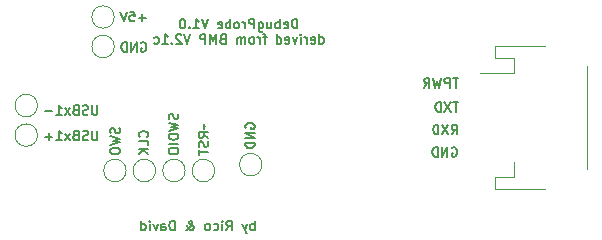
<source format=gbr>
%TF.GenerationSoftware,KiCad,Pcbnew,(6.0.7)*%
%TF.CreationDate,2022-09-06T17:23:02+02:00*%
%TF.ProjectId,bmp22,626d7032-322e-46b6-9963-61645f706362,rev?*%
%TF.SameCoordinates,Original*%
%TF.FileFunction,Legend,Bot*%
%TF.FilePolarity,Positive*%
%FSLAX46Y46*%
G04 Gerber Fmt 4.6, Leading zero omitted, Abs format (unit mm)*
G04 Created by KiCad (PCBNEW (6.0.7)) date 2022-09-06 17:23:02*
%MOMM*%
%LPD*%
G01*
G04 APERTURE LIST*
%ADD10C,0.150000*%
%ADD11C,0.120000*%
G04 APERTURE END LIST*
D10*
X158576309Y-126688904D02*
X158119166Y-126688904D01*
X158347738Y-127488904D02*
X158347738Y-126688904D01*
X157852500Y-127488904D02*
X157852500Y-126688904D01*
X157547738Y-126688904D01*
X157471547Y-126727000D01*
X157433452Y-126765095D01*
X157395357Y-126841285D01*
X157395357Y-126955571D01*
X157433452Y-127031761D01*
X157471547Y-127069857D01*
X157547738Y-127107952D01*
X157852500Y-127107952D01*
X157128690Y-126688904D02*
X156938214Y-127488904D01*
X156785833Y-126917476D01*
X156633452Y-127488904D01*
X156442976Y-126688904D01*
X155681071Y-127488904D02*
X155947738Y-127107952D01*
X156138214Y-127488904D02*
X156138214Y-126688904D01*
X155833452Y-126688904D01*
X155757261Y-126727000D01*
X155719166Y-126765095D01*
X155681071Y-126841285D01*
X155681071Y-126955571D01*
X155719166Y-127031761D01*
X155757261Y-127069857D01*
X155833452Y-127107952D01*
X156138214Y-127107952D01*
X158576309Y-128720904D02*
X158119166Y-128720904D01*
X158347738Y-129520904D02*
X158347738Y-128720904D01*
X157928690Y-128720904D02*
X157395357Y-129520904D01*
X157395357Y-128720904D02*
X157928690Y-129520904D01*
X157090595Y-129520904D02*
X157090595Y-128720904D01*
X156900119Y-128720904D01*
X156785833Y-128759000D01*
X156709642Y-128835190D01*
X156671547Y-128911380D01*
X156633452Y-129063761D01*
X156633452Y-129178047D01*
X156671547Y-129330428D01*
X156709642Y-129406619D01*
X156785833Y-129482809D01*
X156900119Y-129520904D01*
X157090595Y-129520904D01*
X158042976Y-132569000D02*
X158119166Y-132530904D01*
X158233452Y-132530904D01*
X158347738Y-132569000D01*
X158423928Y-132645190D01*
X158462023Y-132721380D01*
X158500119Y-132873761D01*
X158500119Y-132988047D01*
X158462023Y-133140428D01*
X158423928Y-133216619D01*
X158347738Y-133292809D01*
X158233452Y-133330904D01*
X158157261Y-133330904D01*
X158042976Y-133292809D01*
X158004880Y-133254714D01*
X158004880Y-132988047D01*
X158157261Y-132988047D01*
X157662023Y-133330904D02*
X157662023Y-132530904D01*
X157204880Y-133330904D01*
X157204880Y-132530904D01*
X156823928Y-133330904D02*
X156823928Y-132530904D01*
X156633452Y-132530904D01*
X156519166Y-132569000D01*
X156442976Y-132645190D01*
X156404880Y-132721380D01*
X156366785Y-132873761D01*
X156366785Y-132988047D01*
X156404880Y-133140428D01*
X156442976Y-133216619D01*
X156519166Y-133292809D01*
X156633452Y-133330904D01*
X156823928Y-133330904D01*
X144952380Y-122463404D02*
X144952380Y-121663404D01*
X144761904Y-121663404D01*
X144647619Y-121701500D01*
X144571428Y-121777690D01*
X144533333Y-121853880D01*
X144495238Y-122006261D01*
X144495238Y-122120547D01*
X144533333Y-122272928D01*
X144571428Y-122349119D01*
X144647619Y-122425309D01*
X144761904Y-122463404D01*
X144952380Y-122463404D01*
X143847619Y-122425309D02*
X143923809Y-122463404D01*
X144076190Y-122463404D01*
X144152380Y-122425309D01*
X144190476Y-122349119D01*
X144190476Y-122044357D01*
X144152380Y-121968166D01*
X144076190Y-121930071D01*
X143923809Y-121930071D01*
X143847619Y-121968166D01*
X143809523Y-122044357D01*
X143809523Y-122120547D01*
X144190476Y-122196738D01*
X143466666Y-122463404D02*
X143466666Y-121663404D01*
X143466666Y-121968166D02*
X143390476Y-121930071D01*
X143238095Y-121930071D01*
X143161904Y-121968166D01*
X143123809Y-122006261D01*
X143085714Y-122082452D01*
X143085714Y-122311023D01*
X143123809Y-122387214D01*
X143161904Y-122425309D01*
X143238095Y-122463404D01*
X143390476Y-122463404D01*
X143466666Y-122425309D01*
X142400000Y-121930071D02*
X142400000Y-122463404D01*
X142742857Y-121930071D02*
X142742857Y-122349119D01*
X142704761Y-122425309D01*
X142628571Y-122463404D01*
X142514285Y-122463404D01*
X142438095Y-122425309D01*
X142400000Y-122387214D01*
X141676190Y-121930071D02*
X141676190Y-122577690D01*
X141714285Y-122653880D01*
X141752380Y-122691976D01*
X141828571Y-122730071D01*
X141942857Y-122730071D01*
X142019047Y-122691976D01*
X141676190Y-122425309D02*
X141752380Y-122463404D01*
X141904761Y-122463404D01*
X141980952Y-122425309D01*
X142019047Y-122387214D01*
X142057142Y-122311023D01*
X142057142Y-122082452D01*
X142019047Y-122006261D01*
X141980952Y-121968166D01*
X141904761Y-121930071D01*
X141752380Y-121930071D01*
X141676190Y-121968166D01*
X141295238Y-122463404D02*
X141295238Y-121663404D01*
X140990476Y-121663404D01*
X140914285Y-121701500D01*
X140876190Y-121739595D01*
X140838095Y-121815785D01*
X140838095Y-121930071D01*
X140876190Y-122006261D01*
X140914285Y-122044357D01*
X140990476Y-122082452D01*
X141295238Y-122082452D01*
X140495238Y-122463404D02*
X140495238Y-121930071D01*
X140495238Y-122082452D02*
X140457142Y-122006261D01*
X140419047Y-121968166D01*
X140342857Y-121930071D01*
X140266666Y-121930071D01*
X139885714Y-122463404D02*
X139961904Y-122425309D01*
X140000000Y-122387214D01*
X140038095Y-122311023D01*
X140038095Y-122082452D01*
X140000000Y-122006261D01*
X139961904Y-121968166D01*
X139885714Y-121930071D01*
X139771428Y-121930071D01*
X139695238Y-121968166D01*
X139657142Y-122006261D01*
X139619047Y-122082452D01*
X139619047Y-122311023D01*
X139657142Y-122387214D01*
X139695238Y-122425309D01*
X139771428Y-122463404D01*
X139885714Y-122463404D01*
X139276190Y-122463404D02*
X139276190Y-121663404D01*
X139276190Y-121968166D02*
X139200000Y-121930071D01*
X139047619Y-121930071D01*
X138971428Y-121968166D01*
X138933333Y-122006261D01*
X138895238Y-122082452D01*
X138895238Y-122311023D01*
X138933333Y-122387214D01*
X138971428Y-122425309D01*
X139047619Y-122463404D01*
X139200000Y-122463404D01*
X139276190Y-122425309D01*
X138247619Y-122425309D02*
X138323809Y-122463404D01*
X138476190Y-122463404D01*
X138552380Y-122425309D01*
X138590476Y-122349119D01*
X138590476Y-122044357D01*
X138552380Y-121968166D01*
X138476190Y-121930071D01*
X138323809Y-121930071D01*
X138247619Y-121968166D01*
X138209523Y-122044357D01*
X138209523Y-122120547D01*
X138590476Y-122196738D01*
X137371428Y-121663404D02*
X137104761Y-122463404D01*
X136838095Y-121663404D01*
X136152380Y-122463404D02*
X136609523Y-122463404D01*
X136380952Y-122463404D02*
X136380952Y-121663404D01*
X136457142Y-121777690D01*
X136533333Y-121853880D01*
X136609523Y-121891976D01*
X135809523Y-122387214D02*
X135771428Y-122425309D01*
X135809523Y-122463404D01*
X135847619Y-122425309D01*
X135809523Y-122387214D01*
X135809523Y-122463404D01*
X135276190Y-121663404D02*
X135200000Y-121663404D01*
X135123809Y-121701500D01*
X135085714Y-121739595D01*
X135047619Y-121815785D01*
X135009523Y-121968166D01*
X135009523Y-122158642D01*
X135047619Y-122311023D01*
X135085714Y-122387214D01*
X135123809Y-122425309D01*
X135200000Y-122463404D01*
X135276190Y-122463404D01*
X135352380Y-122425309D01*
X135390476Y-122387214D01*
X135428571Y-122311023D01*
X135466666Y-122158642D01*
X135466666Y-121968166D01*
X135428571Y-121815785D01*
X135390476Y-121739595D01*
X135352380Y-121701500D01*
X135276190Y-121663404D01*
X146800000Y-123751404D02*
X146800000Y-122951404D01*
X146800000Y-123713309D02*
X146876190Y-123751404D01*
X147028571Y-123751404D01*
X147104761Y-123713309D01*
X147142857Y-123675214D01*
X147180952Y-123599023D01*
X147180952Y-123370452D01*
X147142857Y-123294261D01*
X147104761Y-123256166D01*
X147028571Y-123218071D01*
X146876190Y-123218071D01*
X146800000Y-123256166D01*
X146114285Y-123713309D02*
X146190476Y-123751404D01*
X146342857Y-123751404D01*
X146419047Y-123713309D01*
X146457142Y-123637119D01*
X146457142Y-123332357D01*
X146419047Y-123256166D01*
X146342857Y-123218071D01*
X146190476Y-123218071D01*
X146114285Y-123256166D01*
X146076190Y-123332357D01*
X146076190Y-123408547D01*
X146457142Y-123484738D01*
X145733333Y-123751404D02*
X145733333Y-123218071D01*
X145733333Y-123370452D02*
X145695238Y-123294261D01*
X145657142Y-123256166D01*
X145580952Y-123218071D01*
X145504761Y-123218071D01*
X145238095Y-123751404D02*
X145238095Y-123218071D01*
X145238095Y-122951404D02*
X145276190Y-122989500D01*
X145238095Y-123027595D01*
X145200000Y-122989500D01*
X145238095Y-122951404D01*
X145238095Y-123027595D01*
X144933333Y-123218071D02*
X144742857Y-123751404D01*
X144552380Y-123218071D01*
X143942857Y-123713309D02*
X144019047Y-123751404D01*
X144171428Y-123751404D01*
X144247619Y-123713309D01*
X144285714Y-123637119D01*
X144285714Y-123332357D01*
X144247619Y-123256166D01*
X144171428Y-123218071D01*
X144019047Y-123218071D01*
X143942857Y-123256166D01*
X143904761Y-123332357D01*
X143904761Y-123408547D01*
X144285714Y-123484738D01*
X143219047Y-123751404D02*
X143219047Y-122951404D01*
X143219047Y-123713309D02*
X143295238Y-123751404D01*
X143447619Y-123751404D01*
X143523809Y-123713309D01*
X143561904Y-123675214D01*
X143600000Y-123599023D01*
X143600000Y-123370452D01*
X143561904Y-123294261D01*
X143523809Y-123256166D01*
X143447619Y-123218071D01*
X143295238Y-123218071D01*
X143219047Y-123256166D01*
X142342857Y-123218071D02*
X142038095Y-123218071D01*
X142228571Y-123751404D02*
X142228571Y-123065690D01*
X142190476Y-122989500D01*
X142114285Y-122951404D01*
X142038095Y-122951404D01*
X141771428Y-123751404D02*
X141771428Y-123218071D01*
X141771428Y-123370452D02*
X141733333Y-123294261D01*
X141695238Y-123256166D01*
X141619047Y-123218071D01*
X141542857Y-123218071D01*
X141161904Y-123751404D02*
X141238095Y-123713309D01*
X141276190Y-123675214D01*
X141314285Y-123599023D01*
X141314285Y-123370452D01*
X141276190Y-123294261D01*
X141238095Y-123256166D01*
X141161904Y-123218071D01*
X141047619Y-123218071D01*
X140971428Y-123256166D01*
X140933333Y-123294261D01*
X140895238Y-123370452D01*
X140895238Y-123599023D01*
X140933333Y-123675214D01*
X140971428Y-123713309D01*
X141047619Y-123751404D01*
X141161904Y-123751404D01*
X140552380Y-123751404D02*
X140552380Y-123218071D01*
X140552380Y-123294261D02*
X140514285Y-123256166D01*
X140438095Y-123218071D01*
X140323809Y-123218071D01*
X140247619Y-123256166D01*
X140209523Y-123332357D01*
X140209523Y-123751404D01*
X140209523Y-123332357D02*
X140171428Y-123256166D01*
X140095238Y-123218071D01*
X139980952Y-123218071D01*
X139904761Y-123256166D01*
X139866666Y-123332357D01*
X139866666Y-123751404D01*
X138609523Y-123332357D02*
X138495238Y-123370452D01*
X138457142Y-123408547D01*
X138419047Y-123484738D01*
X138419047Y-123599023D01*
X138457142Y-123675214D01*
X138495238Y-123713309D01*
X138571428Y-123751404D01*
X138876190Y-123751404D01*
X138876190Y-122951404D01*
X138609523Y-122951404D01*
X138533333Y-122989500D01*
X138495238Y-123027595D01*
X138457142Y-123103785D01*
X138457142Y-123179976D01*
X138495238Y-123256166D01*
X138533333Y-123294261D01*
X138609523Y-123332357D01*
X138876190Y-123332357D01*
X138076190Y-123751404D02*
X138076190Y-122951404D01*
X137809523Y-123522833D01*
X137542857Y-122951404D01*
X137542857Y-123751404D01*
X137161904Y-123751404D02*
X137161904Y-122951404D01*
X136857142Y-122951404D01*
X136780952Y-122989500D01*
X136742857Y-123027595D01*
X136704761Y-123103785D01*
X136704761Y-123218071D01*
X136742857Y-123294261D01*
X136780952Y-123332357D01*
X136857142Y-123370452D01*
X137161904Y-123370452D01*
X135866666Y-122951404D02*
X135600000Y-123751404D01*
X135333333Y-122951404D01*
X135104761Y-123027595D02*
X135066666Y-122989500D01*
X134990476Y-122951404D01*
X134800000Y-122951404D01*
X134723809Y-122989500D01*
X134685714Y-123027595D01*
X134647619Y-123103785D01*
X134647619Y-123179976D01*
X134685714Y-123294261D01*
X135142857Y-123751404D01*
X134647619Y-123751404D01*
X134304761Y-123675214D02*
X134266666Y-123713309D01*
X134304761Y-123751404D01*
X134342857Y-123713309D01*
X134304761Y-123675214D01*
X134304761Y-123751404D01*
X133504761Y-123751404D02*
X133961904Y-123751404D01*
X133733333Y-123751404D02*
X133733333Y-122951404D01*
X133809523Y-123065690D01*
X133885714Y-123141880D01*
X133961904Y-123179976D01*
X132819047Y-123713309D02*
X132895238Y-123751404D01*
X133047619Y-123751404D01*
X133123809Y-123713309D01*
X133161904Y-123675214D01*
X133200000Y-123599023D01*
X133200000Y-123370452D01*
X133161904Y-123294261D01*
X133123809Y-123256166D01*
X133047619Y-123218071D01*
X132895238Y-123218071D01*
X132819047Y-123256166D01*
X158004880Y-131425904D02*
X158271547Y-131044952D01*
X158462023Y-131425904D02*
X158462023Y-130625904D01*
X158157261Y-130625904D01*
X158081071Y-130664000D01*
X158042976Y-130702095D01*
X158004880Y-130778285D01*
X158004880Y-130892571D01*
X158042976Y-130968761D01*
X158081071Y-131006857D01*
X158157261Y-131044952D01*
X158462023Y-131044952D01*
X157738214Y-130625904D02*
X157204880Y-131425904D01*
X157204880Y-130625904D02*
X157738214Y-131425904D01*
X156900119Y-131425904D02*
X156900119Y-130625904D01*
X156709642Y-130625904D01*
X156595357Y-130664000D01*
X156519166Y-130740190D01*
X156481071Y-130816380D01*
X156442976Y-130968761D01*
X156442976Y-131083047D01*
X156481071Y-131235428D01*
X156519166Y-131311619D01*
X156595357Y-131387809D01*
X156709642Y-131425904D01*
X156900119Y-131425904D01*
X141325000Y-139553904D02*
X141325000Y-138753904D01*
X141325000Y-139058666D02*
X141248809Y-139020571D01*
X141096428Y-139020571D01*
X141020238Y-139058666D01*
X140982142Y-139096761D01*
X140944047Y-139172952D01*
X140944047Y-139401523D01*
X140982142Y-139477714D01*
X141020238Y-139515809D01*
X141096428Y-139553904D01*
X141248809Y-139553904D01*
X141325000Y-139515809D01*
X140677380Y-139020571D02*
X140486904Y-139553904D01*
X140296428Y-139020571D02*
X140486904Y-139553904D01*
X140563095Y-139744380D01*
X140601190Y-139782476D01*
X140677380Y-139820571D01*
X138925000Y-139553904D02*
X139191666Y-139172952D01*
X139382142Y-139553904D02*
X139382142Y-138753904D01*
X139077380Y-138753904D01*
X139001190Y-138792000D01*
X138963095Y-138830095D01*
X138925000Y-138906285D01*
X138925000Y-139020571D01*
X138963095Y-139096761D01*
X139001190Y-139134857D01*
X139077380Y-139172952D01*
X139382142Y-139172952D01*
X138582142Y-139553904D02*
X138582142Y-139020571D01*
X138582142Y-138753904D02*
X138620238Y-138792000D01*
X138582142Y-138830095D01*
X138544047Y-138792000D01*
X138582142Y-138753904D01*
X138582142Y-138830095D01*
X137858333Y-139515809D02*
X137934523Y-139553904D01*
X138086904Y-139553904D01*
X138163095Y-139515809D01*
X138201190Y-139477714D01*
X138239285Y-139401523D01*
X138239285Y-139172952D01*
X138201190Y-139096761D01*
X138163095Y-139058666D01*
X138086904Y-139020571D01*
X137934523Y-139020571D01*
X137858333Y-139058666D01*
X137401190Y-139553904D02*
X137477380Y-139515809D01*
X137515476Y-139477714D01*
X137553571Y-139401523D01*
X137553571Y-139172952D01*
X137515476Y-139096761D01*
X137477380Y-139058666D01*
X137401190Y-139020571D01*
X137286904Y-139020571D01*
X137210714Y-139058666D01*
X137172619Y-139096761D01*
X137134523Y-139172952D01*
X137134523Y-139401523D01*
X137172619Y-139477714D01*
X137210714Y-139515809D01*
X137286904Y-139553904D01*
X137401190Y-139553904D01*
X135534523Y-139553904D02*
X135572619Y-139553904D01*
X135648809Y-139515809D01*
X135763095Y-139401523D01*
X135953571Y-139172952D01*
X136029761Y-139058666D01*
X136067857Y-138944380D01*
X136067857Y-138868190D01*
X136029761Y-138792000D01*
X135953571Y-138753904D01*
X135915476Y-138753904D01*
X135839285Y-138792000D01*
X135801190Y-138868190D01*
X135801190Y-138906285D01*
X135839285Y-138982476D01*
X135877380Y-139020571D01*
X136105952Y-139172952D01*
X136144047Y-139211047D01*
X136182142Y-139287238D01*
X136182142Y-139401523D01*
X136144047Y-139477714D01*
X136105952Y-139515809D01*
X136029761Y-139553904D01*
X135915476Y-139553904D01*
X135839285Y-139515809D01*
X135801190Y-139477714D01*
X135686904Y-139325333D01*
X135648809Y-139211047D01*
X135648809Y-139134857D01*
X134582142Y-139553904D02*
X134582142Y-138753904D01*
X134391666Y-138753904D01*
X134277380Y-138792000D01*
X134201190Y-138868190D01*
X134163095Y-138944380D01*
X134125000Y-139096761D01*
X134125000Y-139211047D01*
X134163095Y-139363428D01*
X134201190Y-139439619D01*
X134277380Y-139515809D01*
X134391666Y-139553904D01*
X134582142Y-139553904D01*
X133439285Y-139553904D02*
X133439285Y-139134857D01*
X133477380Y-139058666D01*
X133553571Y-139020571D01*
X133705952Y-139020571D01*
X133782142Y-139058666D01*
X133439285Y-139515809D02*
X133515476Y-139553904D01*
X133705952Y-139553904D01*
X133782142Y-139515809D01*
X133820238Y-139439619D01*
X133820238Y-139363428D01*
X133782142Y-139287238D01*
X133705952Y-139249142D01*
X133515476Y-139249142D01*
X133439285Y-139211047D01*
X133134523Y-139020571D02*
X132944047Y-139553904D01*
X132753571Y-139020571D01*
X132448809Y-139553904D02*
X132448809Y-139020571D01*
X132448809Y-138753904D02*
X132486904Y-138792000D01*
X132448809Y-138830095D01*
X132410714Y-138792000D01*
X132448809Y-138753904D01*
X132448809Y-138830095D01*
X131725000Y-139553904D02*
X131725000Y-138753904D01*
X131725000Y-139515809D02*
X131801190Y-139553904D01*
X131953571Y-139553904D01*
X132029761Y-139515809D01*
X132067857Y-139477714D01*
X132105952Y-139401523D01*
X132105952Y-139172952D01*
X132067857Y-139096761D01*
X132029761Y-139058666D01*
X131953571Y-139020571D01*
X131801190Y-139020571D01*
X131725000Y-139058666D01*
%TO.C,TP305*%
X131720071Y-123679000D02*
X131796261Y-123640904D01*
X131910547Y-123640904D01*
X132024833Y-123679000D01*
X132101023Y-123755190D01*
X132139119Y-123831380D01*
X132177214Y-123983761D01*
X132177214Y-124098047D01*
X132139119Y-124250428D01*
X132101023Y-124326619D01*
X132024833Y-124402809D01*
X131910547Y-124440904D01*
X131834357Y-124440904D01*
X131720071Y-124402809D01*
X131681976Y-124364714D01*
X131681976Y-124098047D01*
X131834357Y-124098047D01*
X131339119Y-124440904D02*
X131339119Y-123640904D01*
X130881976Y-124440904D01*
X130881976Y-123640904D01*
X130501023Y-124440904D02*
X130501023Y-123640904D01*
X130310547Y-123640904D01*
X130196261Y-123679000D01*
X130120071Y-123755190D01*
X130081976Y-123831380D01*
X130043880Y-123983761D01*
X130043880Y-124098047D01*
X130081976Y-124250428D01*
X130120071Y-124326619D01*
X130196261Y-124402809D01*
X130310547Y-124440904D01*
X130501023Y-124440904D01*
%TO.C,TP306*%
X129863809Y-130890595D02*
X129901904Y-131004880D01*
X129901904Y-131195357D01*
X129863809Y-131271547D01*
X129825714Y-131309642D01*
X129749523Y-131347738D01*
X129673333Y-131347738D01*
X129597142Y-131309642D01*
X129559047Y-131271547D01*
X129520952Y-131195357D01*
X129482857Y-131042976D01*
X129444761Y-130966785D01*
X129406666Y-130928690D01*
X129330476Y-130890595D01*
X129254285Y-130890595D01*
X129178095Y-130928690D01*
X129140000Y-130966785D01*
X129101904Y-131042976D01*
X129101904Y-131233452D01*
X129140000Y-131347738D01*
X129101904Y-131614404D02*
X129901904Y-131804880D01*
X129330476Y-131957261D01*
X129901904Y-132109642D01*
X129101904Y-132300119D01*
X129101904Y-132757261D02*
X129101904Y-132909642D01*
X129140000Y-132985833D01*
X129216190Y-133062023D01*
X129368571Y-133100119D01*
X129635238Y-133100119D01*
X129787619Y-133062023D01*
X129863809Y-132985833D01*
X129901904Y-132909642D01*
X129901904Y-132757261D01*
X129863809Y-132681071D01*
X129787619Y-132604880D01*
X129635238Y-132566785D01*
X129368571Y-132566785D01*
X129216190Y-132604880D01*
X129140000Y-132681071D01*
X129101904Y-132757261D01*
%TO.C,TP307*%
X132238714Y-131652500D02*
X132276809Y-131614404D01*
X132314904Y-131500119D01*
X132314904Y-131423928D01*
X132276809Y-131309642D01*
X132200619Y-131233452D01*
X132124428Y-131195357D01*
X131972047Y-131157261D01*
X131857761Y-131157261D01*
X131705380Y-131195357D01*
X131629190Y-131233452D01*
X131553000Y-131309642D01*
X131514904Y-131423928D01*
X131514904Y-131500119D01*
X131553000Y-131614404D01*
X131591095Y-131652500D01*
X132314904Y-132376309D02*
X132314904Y-131995357D01*
X131514904Y-131995357D01*
X132314904Y-132642976D02*
X131514904Y-132642976D01*
X132314904Y-133100119D02*
X131857761Y-132757261D01*
X131514904Y-133100119D02*
X131972047Y-132642976D01*
%TO.C,TP301*%
X137090142Y-130585833D02*
X137052047Y-130623928D01*
X137013952Y-130700119D01*
X137090142Y-130852500D01*
X137052047Y-130928690D01*
X137013952Y-130966785D01*
X137394904Y-131728690D02*
X137013952Y-131462023D01*
X137394904Y-131271547D02*
X136594904Y-131271547D01*
X136594904Y-131576309D01*
X136633000Y-131652500D01*
X136671095Y-131690595D01*
X136747285Y-131728690D01*
X136861571Y-131728690D01*
X136937761Y-131690595D01*
X136975857Y-131652500D01*
X137013952Y-131576309D01*
X137013952Y-131271547D01*
X137356809Y-132033452D02*
X137394904Y-132147738D01*
X137394904Y-132338214D01*
X137356809Y-132414404D01*
X137318714Y-132452500D01*
X137242523Y-132490595D01*
X137166333Y-132490595D01*
X137090142Y-132452500D01*
X137052047Y-132414404D01*
X137013952Y-132338214D01*
X136975857Y-132185833D01*
X136937761Y-132109642D01*
X136899666Y-132071547D01*
X136823476Y-132033452D01*
X136747285Y-132033452D01*
X136671095Y-132071547D01*
X136633000Y-132109642D01*
X136594904Y-132185833D01*
X136594904Y-132376309D01*
X136633000Y-132490595D01*
X136594904Y-132719166D02*
X136594904Y-133176309D01*
X137394904Y-132947738D02*
X136594904Y-132947738D01*
%TO.C,TP309*%
X140570000Y-130915928D02*
X140531904Y-130839738D01*
X140531904Y-130725452D01*
X140570000Y-130611166D01*
X140646190Y-130534976D01*
X140722380Y-130496880D01*
X140874761Y-130458785D01*
X140989047Y-130458785D01*
X141141428Y-130496880D01*
X141217619Y-130534976D01*
X141293809Y-130611166D01*
X141331904Y-130725452D01*
X141331904Y-130801642D01*
X141293809Y-130915928D01*
X141255714Y-130954023D01*
X140989047Y-130954023D01*
X140989047Y-130801642D01*
X141331904Y-131296880D02*
X140531904Y-131296880D01*
X141331904Y-131754023D01*
X140531904Y-131754023D01*
X141331904Y-132134976D02*
X140531904Y-132134976D01*
X140531904Y-132325452D01*
X140570000Y-132439738D01*
X140646190Y-132515928D01*
X140722380Y-132554023D01*
X140874761Y-132592119D01*
X140989047Y-132592119D01*
X141141428Y-132554023D01*
X141217619Y-132515928D01*
X141293809Y-132439738D01*
X141331904Y-132325452D01*
X141331904Y-132134976D01*
%TO.C,TP308*%
X134816809Y-129709642D02*
X134854904Y-129823928D01*
X134854904Y-130014404D01*
X134816809Y-130090595D01*
X134778714Y-130128690D01*
X134702523Y-130166785D01*
X134626333Y-130166785D01*
X134550142Y-130128690D01*
X134512047Y-130090595D01*
X134473952Y-130014404D01*
X134435857Y-129862023D01*
X134397761Y-129785833D01*
X134359666Y-129747738D01*
X134283476Y-129709642D01*
X134207285Y-129709642D01*
X134131095Y-129747738D01*
X134093000Y-129785833D01*
X134054904Y-129862023D01*
X134054904Y-130052500D01*
X134093000Y-130166785D01*
X134054904Y-130433452D02*
X134854904Y-130623928D01*
X134283476Y-130776309D01*
X134854904Y-130928690D01*
X134054904Y-131119166D01*
X134854904Y-131423928D02*
X134054904Y-131423928D01*
X134054904Y-131614404D01*
X134093000Y-131728690D01*
X134169190Y-131804880D01*
X134245380Y-131842976D01*
X134397761Y-131881071D01*
X134512047Y-131881071D01*
X134664428Y-131842976D01*
X134740619Y-131804880D01*
X134816809Y-131728690D01*
X134854904Y-131614404D01*
X134854904Y-131423928D01*
X134854904Y-132223928D02*
X134054904Y-132223928D01*
X134054904Y-132757261D02*
X134054904Y-132909642D01*
X134093000Y-132985833D01*
X134169190Y-133062023D01*
X134321571Y-133100119D01*
X134588238Y-133100119D01*
X134740619Y-133062023D01*
X134816809Y-132985833D01*
X134854904Y-132909642D01*
X134854904Y-132757261D01*
X134816809Y-132681071D01*
X134740619Y-132604880D01*
X134588238Y-132566785D01*
X134321571Y-132566785D01*
X134169190Y-132604880D01*
X134093000Y-132681071D01*
X134054904Y-132757261D01*
%TO.C,TP304*%
X128024023Y-131133904D02*
X128024023Y-131781523D01*
X127985928Y-131857714D01*
X127947833Y-131895809D01*
X127871642Y-131933904D01*
X127719261Y-131933904D01*
X127643071Y-131895809D01*
X127604976Y-131857714D01*
X127566880Y-131781523D01*
X127566880Y-131133904D01*
X127224023Y-131895809D02*
X127109738Y-131933904D01*
X126919261Y-131933904D01*
X126843071Y-131895809D01*
X126804976Y-131857714D01*
X126766880Y-131781523D01*
X126766880Y-131705333D01*
X126804976Y-131629142D01*
X126843071Y-131591047D01*
X126919261Y-131552952D01*
X127071642Y-131514857D01*
X127147833Y-131476761D01*
X127185928Y-131438666D01*
X127224023Y-131362476D01*
X127224023Y-131286285D01*
X127185928Y-131210095D01*
X127147833Y-131172000D01*
X127071642Y-131133904D01*
X126881166Y-131133904D01*
X126766880Y-131172000D01*
X126157357Y-131514857D02*
X126043071Y-131552952D01*
X126004976Y-131591047D01*
X125966880Y-131667238D01*
X125966880Y-131781523D01*
X126004976Y-131857714D01*
X126043071Y-131895809D01*
X126119261Y-131933904D01*
X126424023Y-131933904D01*
X126424023Y-131133904D01*
X126157357Y-131133904D01*
X126081166Y-131172000D01*
X126043071Y-131210095D01*
X126004976Y-131286285D01*
X126004976Y-131362476D01*
X126043071Y-131438666D01*
X126081166Y-131476761D01*
X126157357Y-131514857D01*
X126424023Y-131514857D01*
X125700214Y-131933904D02*
X125281166Y-131400571D01*
X125700214Y-131400571D02*
X125281166Y-131933904D01*
X124557357Y-131933904D02*
X125014500Y-131933904D01*
X124785928Y-131933904D02*
X124785928Y-131133904D01*
X124862119Y-131248190D01*
X124938309Y-131324380D01*
X125014500Y-131362476D01*
X124214500Y-131629142D02*
X123604976Y-131629142D01*
X123909738Y-131933904D02*
X123909738Y-131324380D01*
%TO.C,TP302*%
X132139119Y-121557142D02*
X131529595Y-121557142D01*
X131834357Y-121861904D02*
X131834357Y-121252380D01*
X130767690Y-121061904D02*
X131148642Y-121061904D01*
X131186738Y-121442857D01*
X131148642Y-121404761D01*
X131072452Y-121366666D01*
X130881976Y-121366666D01*
X130805785Y-121404761D01*
X130767690Y-121442857D01*
X130729595Y-121519047D01*
X130729595Y-121709523D01*
X130767690Y-121785714D01*
X130805785Y-121823809D01*
X130881976Y-121861904D01*
X131072452Y-121861904D01*
X131148642Y-121823809D01*
X131186738Y-121785714D01*
X130501023Y-121061904D02*
X130234357Y-121861904D01*
X129967690Y-121061904D01*
%TO.C,TP303*%
X128024023Y-128974904D02*
X128024023Y-129622523D01*
X127985928Y-129698714D01*
X127947833Y-129736809D01*
X127871642Y-129774904D01*
X127719261Y-129774904D01*
X127643071Y-129736809D01*
X127604976Y-129698714D01*
X127566880Y-129622523D01*
X127566880Y-128974904D01*
X127224023Y-129736809D02*
X127109738Y-129774904D01*
X126919261Y-129774904D01*
X126843071Y-129736809D01*
X126804976Y-129698714D01*
X126766880Y-129622523D01*
X126766880Y-129546333D01*
X126804976Y-129470142D01*
X126843071Y-129432047D01*
X126919261Y-129393952D01*
X127071642Y-129355857D01*
X127147833Y-129317761D01*
X127185928Y-129279666D01*
X127224023Y-129203476D01*
X127224023Y-129127285D01*
X127185928Y-129051095D01*
X127147833Y-129013000D01*
X127071642Y-128974904D01*
X126881166Y-128974904D01*
X126766880Y-129013000D01*
X126157357Y-129355857D02*
X126043071Y-129393952D01*
X126004976Y-129432047D01*
X125966880Y-129508238D01*
X125966880Y-129622523D01*
X126004976Y-129698714D01*
X126043071Y-129736809D01*
X126119261Y-129774904D01*
X126424023Y-129774904D01*
X126424023Y-128974904D01*
X126157357Y-128974904D01*
X126081166Y-129013000D01*
X126043071Y-129051095D01*
X126004976Y-129127285D01*
X126004976Y-129203476D01*
X126043071Y-129279666D01*
X126081166Y-129317761D01*
X126157357Y-129355857D01*
X126424023Y-129355857D01*
X125700214Y-129774904D02*
X125281166Y-129241571D01*
X125700214Y-129241571D02*
X125281166Y-129774904D01*
X124557357Y-129774904D02*
X125014500Y-129774904D01*
X124785928Y-129774904D02*
X124785928Y-128974904D01*
X124862119Y-129089190D01*
X124938309Y-129165380D01*
X125014500Y-129203476D01*
X124214500Y-129470142D02*
X123604976Y-129470142D01*
D11*
%TO.C,TP305*%
X129450000Y-124000000D02*
G75*
G03*
X129450000Y-124000000I-950000J0D01*
G01*
%TO.C,J202*%
X169510000Y-125660000D02*
X169510000Y-134340000D01*
X163290000Y-135040000D02*
X163290000Y-133760000D01*
X165940000Y-123940000D02*
X161690000Y-123940000D01*
X161690000Y-135040000D02*
X163290000Y-135040000D01*
X161690000Y-136060000D02*
X161690000Y-135040000D01*
X161690000Y-124960000D02*
X163290000Y-124960000D01*
X165940000Y-136060000D02*
X161690000Y-136060000D01*
X161690000Y-123940000D02*
X161690000Y-124960000D01*
X163290000Y-124960000D02*
X163290000Y-126240000D01*
X163290000Y-126240000D02*
X160400000Y-126240000D01*
%TO.C,TP306*%
X130450000Y-134500000D02*
G75*
G03*
X130450000Y-134500000I-950000J0D01*
G01*
%TO.C,TP307*%
X132950000Y-134500000D02*
G75*
G03*
X132950000Y-134500000I-950000J0D01*
G01*
%TO.C,TP301*%
X137950000Y-134500000D02*
G75*
G03*
X137950000Y-134500000I-950000J0D01*
G01*
%TO.C,TP309*%
X141950000Y-134000000D02*
G75*
G03*
X141950000Y-134000000I-950000J0D01*
G01*
%TO.C,TP308*%
X135450000Y-134500000D02*
G75*
G03*
X135450000Y-134500000I-950000J0D01*
G01*
%TO.C,TP304*%
X122950000Y-131500000D02*
G75*
G03*
X122950000Y-131500000I-950000J0D01*
G01*
%TO.C,TP302*%
X129450000Y-121500000D02*
G75*
G03*
X129450000Y-121500000I-950000J0D01*
G01*
%TO.C,TP303*%
X122950000Y-129000000D02*
G75*
G03*
X122950000Y-129000000I-950000J0D01*
G01*
%TD*%
M02*

</source>
